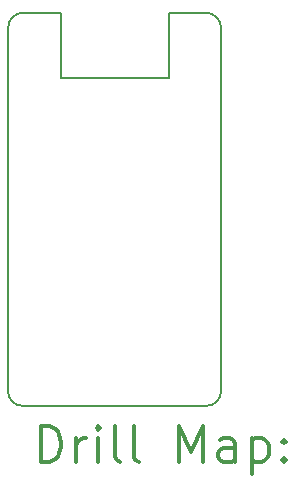
<source format=gbr>
%FSLAX45Y45*%
G04 Gerber Fmt 4.5, Leading zero omitted, Abs format (unit mm)*
G04 Created by KiCad (PCBNEW (5.1.10-1-10_14)) date 2021-09-18 19:47:18*
%MOMM*%
%LPD*%
G01*
G04 APERTURE LIST*
%TA.AperFunction,Profile*%
%ADD10C,0.150000*%
%TD*%
%ADD11C,0.200000*%
%ADD12C,0.300000*%
G04 APERTURE END LIST*
D10*
X3673700Y-1987300D02*
G75*
G03*
X3546700Y-1860300I-127000J0D01*
G01*
X3547970Y-5188970D02*
G75*
G03*
X3674970Y-5061970I0J127000D01*
G01*
X1869030Y-5061970D02*
G75*
G03*
X1996030Y-5188970I127000J0D01*
G01*
X1997300Y-1860300D02*
G75*
G03*
X1870300Y-1987300I0J-127000D01*
G01*
X3229153Y-1860277D02*
X3546700Y-1860300D01*
X3229153Y-2410000D02*
X3229153Y-1860277D01*
X2314753Y-2410000D02*
X3229153Y-2410000D01*
X2314753Y-1860277D02*
X2314753Y-2410000D01*
X1997300Y-1860300D02*
X2314753Y-1860277D01*
X1869030Y-5061970D02*
X1870300Y-1987300D01*
X3673700Y-1987300D02*
X3674970Y-5061970D01*
X3547970Y-5188970D02*
X1996030Y-5188970D01*
D11*
D12*
X2147958Y-5662184D02*
X2147958Y-5362184D01*
X2219387Y-5362184D01*
X2262244Y-5376470D01*
X2290816Y-5405042D01*
X2305101Y-5433613D01*
X2319387Y-5490756D01*
X2319387Y-5533613D01*
X2305101Y-5590756D01*
X2290816Y-5619327D01*
X2262244Y-5647899D01*
X2219387Y-5662184D01*
X2147958Y-5662184D01*
X2447958Y-5662184D02*
X2447958Y-5462184D01*
X2447958Y-5519327D02*
X2462244Y-5490756D01*
X2476530Y-5476470D01*
X2505101Y-5462184D01*
X2533673Y-5462184D01*
X2633673Y-5662184D02*
X2633673Y-5462184D01*
X2633673Y-5362184D02*
X2619387Y-5376470D01*
X2633673Y-5390756D01*
X2647958Y-5376470D01*
X2633673Y-5362184D01*
X2633673Y-5390756D01*
X2819387Y-5662184D02*
X2790816Y-5647899D01*
X2776530Y-5619327D01*
X2776530Y-5362184D01*
X2976530Y-5662184D02*
X2947958Y-5647899D01*
X2933673Y-5619327D01*
X2933673Y-5362184D01*
X3319387Y-5662184D02*
X3319387Y-5362184D01*
X3419387Y-5576470D01*
X3519387Y-5362184D01*
X3519387Y-5662184D01*
X3790816Y-5662184D02*
X3790816Y-5505042D01*
X3776530Y-5476470D01*
X3747958Y-5462184D01*
X3690816Y-5462184D01*
X3662244Y-5476470D01*
X3790816Y-5647899D02*
X3762244Y-5662184D01*
X3690816Y-5662184D01*
X3662244Y-5647899D01*
X3647958Y-5619327D01*
X3647958Y-5590756D01*
X3662244Y-5562184D01*
X3690816Y-5547899D01*
X3762244Y-5547899D01*
X3790816Y-5533613D01*
X3933673Y-5462184D02*
X3933673Y-5762184D01*
X3933673Y-5476470D02*
X3962244Y-5462184D01*
X4019387Y-5462184D01*
X4047958Y-5476470D01*
X4062244Y-5490756D01*
X4076530Y-5519327D01*
X4076530Y-5605041D01*
X4062244Y-5633613D01*
X4047958Y-5647899D01*
X4019387Y-5662184D01*
X3962244Y-5662184D01*
X3933673Y-5647899D01*
X4205101Y-5633613D02*
X4219387Y-5647899D01*
X4205101Y-5662184D01*
X4190816Y-5647899D01*
X4205101Y-5633613D01*
X4205101Y-5662184D01*
X4205101Y-5476470D02*
X4219387Y-5490756D01*
X4205101Y-5505042D01*
X4190816Y-5490756D01*
X4205101Y-5476470D01*
X4205101Y-5505042D01*
M02*

</source>
